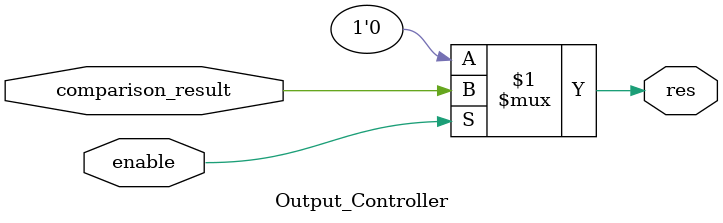
<source format=sv>
module Comparator_MultiMode #(
    parameter TYPE = 0, // 0:Equal, 1:Greater, 2:Less
    parameter WIDTH = 32
)(
    input               enable,   // 比较使能信号  
    input  [WIDTH-1:0]  a,b,
    output              res
);
    wire equal, greater, less;
    wire comparison_result;
    
    // 实例化比较运算子模块
    Comparator_Core #(
        .WIDTH(WIDTH)
    ) comp_core_inst (
        .a(a),
        .b(b),
        .equal(equal),
        .greater(greater),
        .less(less)
    );
    
    // 实例化结果选择子模块
    Result_Selector #(
        .TYPE(TYPE)
    ) result_sel_inst (
        .equal(equal),
        .greater(greater),
        .less(less),
        .comparison_result(comparison_result)
    );
    
    // 实例化输出控制子模块
    Output_Controller output_ctrl_inst (
        .enable(enable),
        .comparison_result(comparison_result),
        .res(res)
    );
endmodule

// 比较运算核心子模块
module Comparator_Core #(
    parameter WIDTH = 32
)(
    input  [WIDTH-1:0] a,
    input  [WIDTH-1:0] b,
    output equal,
    output greater,
    output less
);
    // 优化比较逻辑，减少路径延迟
    assign equal   = (a == b);
    assign greater = (a > b);
    assign less    = (a < b);
endmodule

// 结果选择子模块
module Result_Selector #(
    parameter TYPE = 0  // 0:Equal, 1:Greater, 2:Less
)(
    input  equal,
    input  greater,
    input  less,
    output comparison_result
);
    // 基于TYPE参数选择正确的比较结果
    reg result;
    
    always @(*) begin
        case(TYPE)
            0: result = equal;
            1: result = greater;
            default: result = less;
        endcase
    end
    
    assign comparison_result = result;
endmodule

// 输出控制子模块
module Output_Controller (
    input enable,
    input comparison_result,
    output res
);
    // 根据使能信号控制输出
    assign res = enable ? comparison_result : 1'b0;
endmodule
</source>
